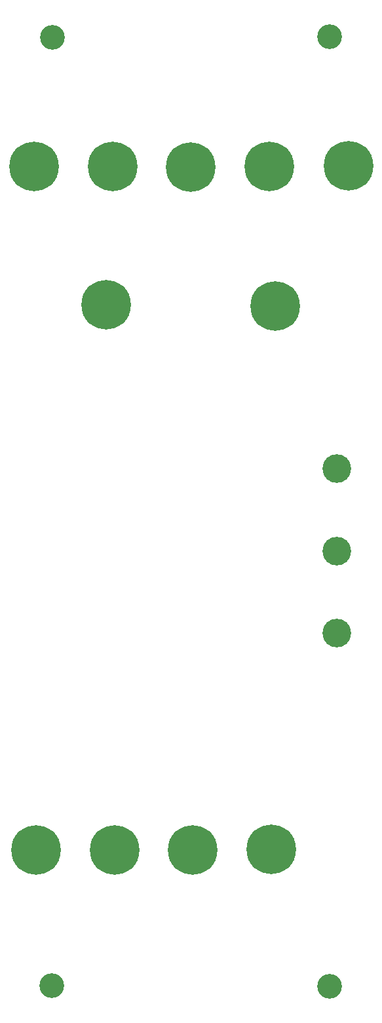
<source format=gbr>
%TF.GenerationSoftware,KiCad,Pcbnew,5.1.10-1.fc33*%
%TF.CreationDate,2021-09-20T13:46:23-04:00*%
%TF.ProjectId,vccg_faceplate,76636367-5f66-4616-9365-706c6174652e,rev?*%
%TF.SameCoordinates,Original*%
%TF.FileFunction,Soldermask,Top*%
%TF.FilePolarity,Negative*%
%FSLAX46Y46*%
G04 Gerber Fmt 4.6, Leading zero omitted, Abs format (unit mm)*
G04 Created by KiCad (PCBNEW 5.1.10-1.fc33) date 2021-09-20 13:46:23*
%MOMM*%
%LPD*%
G01*
G04 APERTURE LIST*
%ADD10C,6.400000*%
%ADD11C,3.700000*%
%ADD12C,3.200000*%
G04 APERTURE END LIST*
D10*
%TO.C,Chord Root*%
X183150000Y-120500000D03*
%TD*%
%TO.C,Chord*%
X203450000Y-120500000D03*
%TD*%
%TO.C,Chord*%
X193300000Y-120500000D03*
%TD*%
%TO.C,Melody*%
X213600000Y-120450000D03*
%TD*%
D11*
%TO.C,Key Down*%
X222050000Y-92450000D03*
%TD*%
%TO.C,Major/Minor*%
X222000000Y-81900000D03*
%TD*%
%TO.C,Key Up*%
X222000000Y-71250000D03*
%TD*%
D10*
%TO.C,Chord*%
X214100000Y-50200000D03*
%TD*%
%TO.C,Octave*%
X192250000Y-50050000D03*
%TD*%
%TO.C,M. Clock*%
X223550000Y-32150000D03*
%TD*%
%TO.C,C. Clock*%
X213350000Y-32200000D03*
%TD*%
%TO.C,Melody*%
X203200000Y-32250000D03*
%TD*%
%TO.C,Chord*%
X193050000Y-32200000D03*
%TD*%
%TO.C,Octave*%
X182900000Y-32200000D03*
%TD*%
D12*
%TO.C,REF\u002A\u002A*%
X185300000Y-15500000D03*
%TD*%
%TO.C,REF\u002A\u002A*%
X221100000Y-15450000D03*
%TD*%
%TO.C,REF\u002A\u002A*%
X221090000Y-138110000D03*
%TD*%
%TO.C,REF\u002A\u002A*%
X185230000Y-138040000D03*
%TD*%
M02*

</source>
